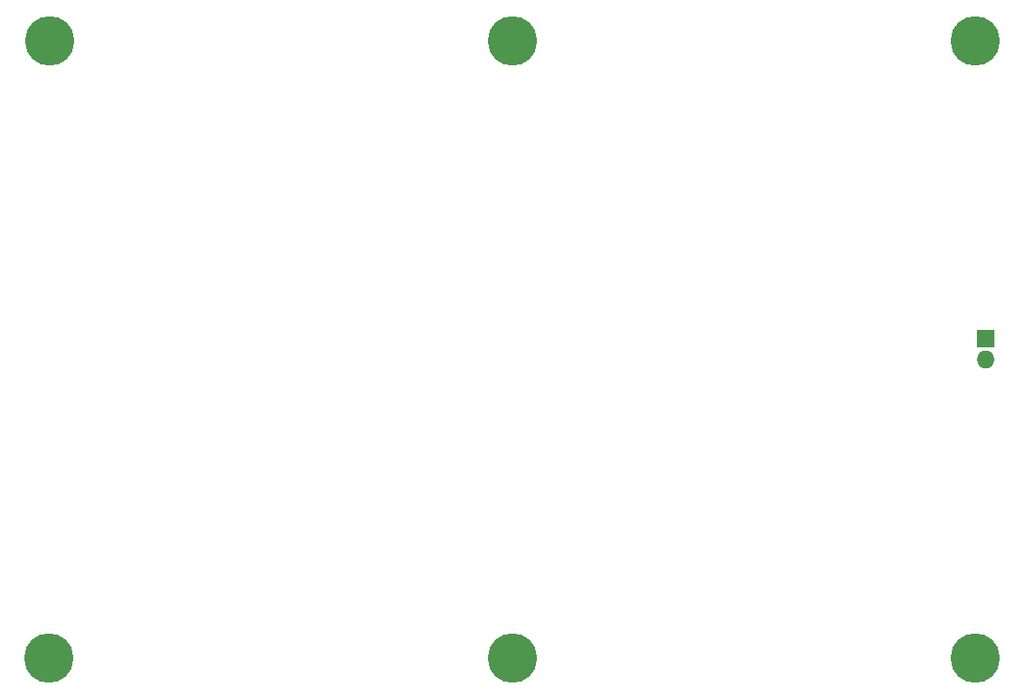
<source format=gbr>
G04 #@! TF.FileFunction,Soldermask,Bot*
%FSLAX46Y46*%
G04 Gerber Fmt 4.6, Leading zero omitted, Abs format (unit mm)*
G04 Created by KiCad (PCBNEW 4.0.7) date Sun Apr  1 16:38:54 2018*
%MOMM*%
%LPD*%
G01*
G04 APERTURE LIST*
%ADD10C,0.100000*%
%ADD11C,4.800000*%
%ADD12R,1.750000X1.750000*%
%ADD13O,1.750000X1.750000*%
G04 APERTURE END LIST*
D10*
D11*
X112200000Y-90600000D03*
X67225000Y-30625000D03*
X157175000Y-30600000D03*
X157200000Y-90600000D03*
X112200000Y-30600000D03*
X67200000Y-90600000D03*
D12*
X158200000Y-59600000D03*
D13*
X158200000Y-61600000D03*
M02*

</source>
